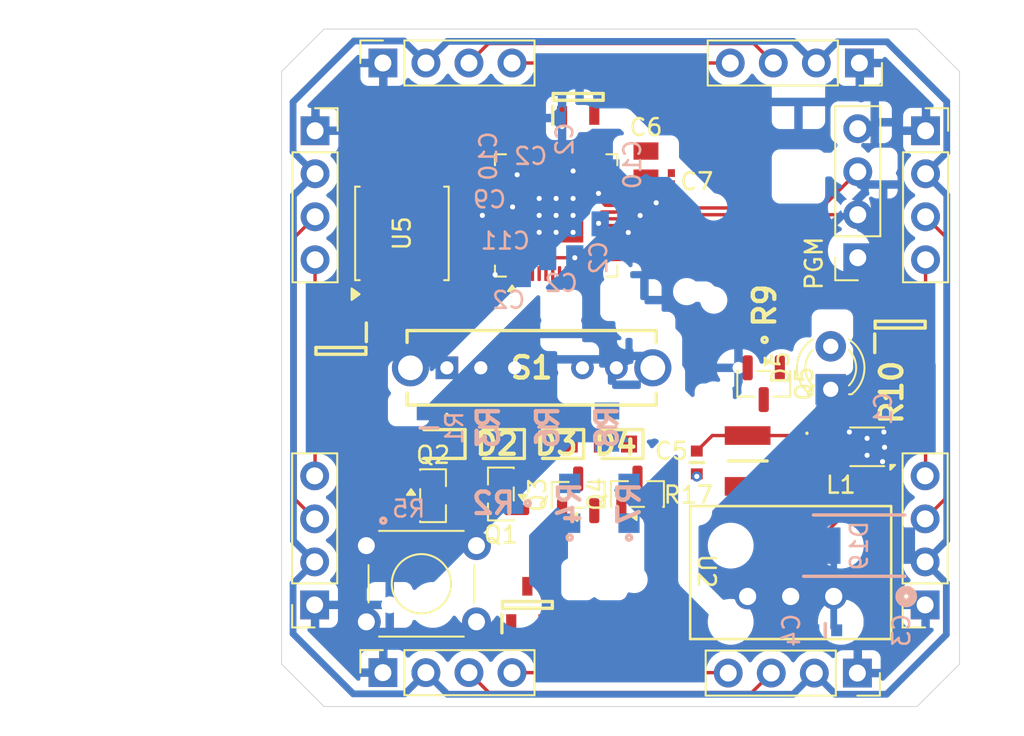
<source format=kicad_pcb>
(kicad_pcb (version 20241229) (generator "pcbnew") (generator_version "9.0")
  (layers (0 "F.Cu" signal) (2 "B.Cu" signal) (13 "F.Paste" user) (15 "B.Paste" user) (5 "F.SilkS" user "F.Silkscreen") (7 "B.SilkS" user "B.Silkscreen") (1 "F.Mask" user) (3 "B.Mask" user) (25 "Edge.Cuts" user))
  (net 0 "")
  (net 1 "/5V_LOCAL")
  (net 2 "GND")
  (net 3 "/3.3V_LOCAL")
  (net 4 "VCC")
  (net 5 "Net-(U1-VREG_VOUT)")
  (net 6 "Net-(D1-A)")
  (net 7 "Net-(D2-A)")
  (net 8 "Net-(D3-A)")
  (net 9 "Net-(D4-A)")
  (net 10 "/N_RX")
  (net 11 "/N_TX")
  (net 12 "/E_TX")
  (net 13 "/E_RX")
  (net 14 "/S_RX")
  (net 15 "/S_TX")
  (net 16 "/W_RX")
  (net 17 "/W_TX")
  (net 18 "Net-(J9-Pin_3)")
  (net 19 "Net-(J9-Pin_2)")
  (net 20 "Net-(U3-SW)")
  (net 21 "Net-(U3-PG)")
  (net 22 "Net-(U1-QSPI_SD2)")
  (net 24 "Net-(U1-QSPI_SCLK)")
  (net 26 "Net-(U1-QSPI_SS)")
  (net 27 "Net-(U1-QSPI_SD3)")
  (net 33 "Net-(U1-QSPI_SD0)")
  (net 35 "Net-(D2-K)")
  (net 38 "Net-(D3-K)")
  (net 39 "Net-(U1-QSPI_SD1)")
  (net 41 "Net-(D4-K)")
  (net 42 "Net-(D5-A)")
  (net 43 "Net-(D5-K)")
  (net 44 "Net-(Q2-B)")
  (net 48 "Net-(SW1-B)")
  (net 49 "Net-(Q3-B)")
  (net 50 "Net-(Q4-B)")
  (net 51 "Net-(D1-K)")
  (net 52 "Net-(Q5-B)")
  (net 53 "Net-(U1-GPIO7)")
  (net 55 "Net-(Q1-B)")
  (net 56 "Net-(U1-GPIO8)")
  (net 57 "Net-(U1-GPIO6)")
  (net 58 "Net-(U1-GPIO9)")
  (net 62 "Net-(U1-GPIO12)")
  (net 63 "Net-(S1-NO_1)")
  (net 64 "Net-(S1-NO_3)")
  (net 65 "Net-(S1-NO_2)")
  (footprint "SamacSys_Parts:RBT10W24S05_XPP_XPR" (layer "F.Cu") (at 192.58 68.5 180)
    (property "Reference" "U2")
    (property "Value" "RBT05W24S05")
  )
  (footprint "Package_TO_SOT_SMD:SOT-23" (layer "F.Cu") (at 181 62.45 90)
    (property "Reference" "Q4")
    (property "Value" "MMBT3904")
  )
  (footprint "SamacSys_Parts:LEDC1608X115N" (layer "F.Cu") (at 176.2 59.5 180)
    (property "Reference" "D3")
    (property "Value" "LED" (hide yes))
  )
  (footprint "Package_TO_SOT_SMD:SOT-23" (layer "F.Cu") (at 188.45 55.9375 -90)
    (property "Reference" "Q5")
    (property "Value" "MMBT3904")
  )
  (footprint "Button_Switch_THT:SW_TH_Tactile_Omron_B3F-100x" (layer "F.Cu") (at 171.5 70 180)
    (property "Reference" "SW1" (hide yes))
    (property "Value" "SW_Push_Open")
  )
  (footprint "SamacSys_Parts:SLW14781445ASD" (layer "F.Cu") (at 169.753508 55)
    (property "Reference" "S1")
    (property "Value" "SLW-1478144-5A-S-D" (hide yes))
  )
  (footprint "Package_SON:WSON-8-1EP_2x2mm_P0.5mm_EP0.9x1.6mm_ThermalVias" (layer "F.Cu") (at 194.55 59.663863 180)
    (property "Reference" "U3" (hide yes))
    (property "Value" "TPS62162DSG")
  )
  (footprint "Connector_PinSocket_2.54mm:PinSocket_1x04_P2.54mm_Vertical" (layer "F.Cu") (at 194 48.5 180)
    (property "Reference" "J9" (hide yes))
    (property "Value" "2.54mm_ProgrammingPin")
  )
  (footprint "SamacSys_Parts:CAPC0603X33N" (layer "F.Cu") (at 183 43.83 90)
    (property "Reference" "C7")
    (property "Value" "1uF" (hide yes))
  )
  (footprint "Connector_PinSocket_2.54mm:PinSocket_1x04_P2.54mm_Vertical" (layer "F.Cu") (at 161.95 69 180)
    (property "Reference" "J8" (hide yes))
    (property "Value" "1x4_Pogo")
  )
  (footprint "SamacSys_Parts:LEDC1608X115N" (layer "F.Cu") (at 179.7 59.5 180)
    (property "Reference" "D4")
    (property "Value" "LED" (hide yes))
  )
  (footprint "Connector_PinSocket_2.54mm:PinSocket_1x04_P2.54mm_Vertical" (layer "F.Cu") (at 197.975 69 180)
    (property "Reference" "J4" (hide yes))
    (property "Value" "1x4_Pogo")
  )
  (footprint "SamacSys_Parts:LCENA2016MKT2R2M0NK" (layer "F.Cu") (at 191 60.613863 -90)
    (property "Reference" "L1")
    (property "Value" "2.2uH" (hide yes))
  )
  (footprint "SamacSys_Parts:SOT95P248X115-3N" (layer "F.Cu") (at 196.5 52.45 90)
    (property "Reference" "D18" (hide yes))
    (property "Value" "VGSOT03C-HG3-08" (hide yes))
  )
  (footprint "SamacSys_Parts:LEDC1608X115N" (layer "F.Cu") (at 169.2 59.5 180)
    (property "Reference" "D1" (hide yes))
    (property "Value" "LED" (hide yes))
  )
  (footprint "Package_TO_SOT_SMD:SOT-23" (layer "F.Cu") (at 172.9375 62.45 180)
    (property "Reference" "Q1")
    (property "Value" "MMBT3904")
  )
  (footprint "Connector_PinSocket_2.54mm:PinSocket_1x04_P2.54mm_Vertical" (layer "F.Cu") (at 165.975 37 90)
    (property "Reference" "J1" (hide yes))
    (property "Value" "1x4_Pogo")
  )
  (footprint "SamacSys_Parts:GRM18x" (layer "F.Cu") (at 184.5 60.588863 -90)
    (property "Reference" "C5")
    (property "Value" "22uF" (hide yes))
  )
  (footprint "SamacSys_Parts:CRCW1210200RJNEAIF" (layer "F.Cu") (at 196 56.45 90)
    (property "Reference" "R10")
    (property "Value" "200" (hide yes))
  )
  (footprint "SamacSys_Parts:TNPW0805100KFHEA" (layer "F.Cu") (at 187.5 60.5 -90)
    (property "Reference" "R17")
    (property "Value" "100k" (hide yes))
  )
  (footprint "Connector_PinSocket_2.54mm:PinSocket_1x04_P2.54mm_Vertical" (layer "F.Cu") (at 194.095 37 -90)
    (property "Reference" "J2" (hide yes))
    (property "Value" "1x4_Pogo")
  )
  (footprint "SamacSys_Parts:SOT95P248X115-3N" (layer "F.Cu") (at 163.5 54 -90)
    (property "Reference" "D21" (hide yes))
    (property "Value" "VGSOT03C-HG3-08" (hide yes))
  )
  (footprint "SamacSys_Parts:LEDC1608X115N" (layer "F.Cu") (at 172.7 59.5 180)
    (property "Reference" "D2")
    (property "Value" "LED" (hide yes))
  )
  (footprint "Package_TO_SOT_SMD:SOT-23" (layer "F.Cu") (at 168.9375 62.55)
    (property "Reference" "Q2")
    (property "Value" "MMBT3904")
  )
  (footprint "Package_SO:SOIC-8_5.3x5.3mm_P1.27mm" (layer "F.Cu") (at 167.099999 47.0625 90)
    (property "Reference" "U5")
    (property "Value" "W25Q16JVSS")
  )
  (footprint "Connector_PinSocket_2.54mm:PinSocket_1x04_P2.54mm_Vertical" (layer "F.Cu") (at 193.975 73.025 -90)
    (property "Reference" "J6" (hide yes))
    (property "Value" "1x4_Pogo")
  )
  (footprint "Package_DFN_QFN:QFN-56-1EP_7x7mm_P0.4mm_EP3.2x3.2mm" (layer "F.Cu") (at 176.2 46 90)
    (property "Reference" "U1" (hide yes))
    (property "Value" "RP2040")
  )
  (footprint "SamacSys_Parts:CAPC2012X140N" (layer "F.Cu") (at 181.5 43 90)
    (property "Reference" "C6")
    (property "Value" "0.1uF" (hide yes))
  )
  (footprint "LED_THT:LED_D3.0mm" (layer "F.Cu") (at 192.403508 56.27 90)
    (property "Reference" "D5")
    (property "Value" "LED")
  )
  (footprint "Connector_PinSocket_2.54mm:PinSocket_1x04_P2.54mm_Vertical" (layer "F.Cu") (at 165.975 73 90)
    (property "Reference" "J5" (hide yes))
    (property "Value" "1x4_Pogo")
  )
  (footprint "SamacSys_Parts:SOT95P248X115-3N" (layer "F.Cu") (at 177.5 39 90)
    (property "Reference" "D17" (hide yes))
    (property "Value" "VGSOT03C-HG3-08" (hide yes))
  )
  (footprint "SamacSys_Parts:SOT95P248X115-3N" (layer "F.Cu") (at 174.5 69 90)
    (property "Reference" "D20" (hide yes))
    (property "Value" "VGSOT03C-HG3-08" (hide yes))
  )
  (footprint "Connector_PinSocket_2.54mm:PinSocket_1x04_P2.54mm_Vertical" (layer "F.Cu") (at 161.975 41)
    (property "Reference" "J7" (hide yes))
    (property "Value" "1x4_Pogo")
  )
  (footprint "Package_TO_SOT_SMD:SOT-23" (layer "F.Cu") (at 177.5 62.5 90)
    (property "Reference" "Q3")
    (property "Value" "MMBT3904")
  )
  (footprint "Connector_PinSocket_2.54mm:PinSocket_1x04_P2.54mm_Vertical" (layer "F.Cu") (at 198 41)
    (property "Reference" "J3" (hide yes))
    (property "Value" "1x4_Pogo")
  )
  (footprint "SamacSys_Parts:ERJ-UP6D1001V" (layer "F.Cu") (at 188.5 51.325 90)
    (property "Reference" "R9")
    (property "Value" "1k" (hide yes))
  )
  (footprint "SamacSys_Parts:CRCW1210200RJNEAIF" (layer "B.Cu") (at 175.7 58.5 -90)
    (property "Reference" "R6")
    (property "Value" "200" (hide yes))
  )
  (footprint "SamacSys_Parts:CAPC2012X140N" (layer "B.Cu") (at 173.4 49.5)
    (property "Reference" "C2")
    (property "Value" "0.1uF" (hide yes))
  )
  (footprint "SamacSys_Parts:CAPC2012X140N" (layer "B.Cu") (at 174.7 44)
    (property "Reference" "C2")
    (property "Value" "0.1uF" (hide yes))
  )
  (footprint "SamacSys_Parts:CAPC1005X70N" (layer "B.Cu") (at 195.58 59.233863 90)
    (property "Reference" "C1")
    (property "Value" "10uF" (hide yes))
  )
  (footprint "SamacSys_Parts:CAPC2012X140N" (layer "B.Cu") (at 178 46.5 180)
    (property "Reference" "C2")
    (property "Value" "0.1uF" (hide yes))
  )
  (footprint "SamacSys_Parts:CAPC0603X33N" (layer "B.Cu") (at 170.599999 45.0625 180)
    (property "Reference" "C9")
    (property "Value" "1uF" (hide yes))
  )
  (footprint "SamacSys_Parts:CRCW1210200RJNEAIF" (layer "B.Cu") (at 168.7 58.55 -90)
    (property "Reference" "R1")
    (property "Value" "200" (hide yes))
  )
  (footprint "SamacSys_Parts:CAPC2012X140N" (layer "B.Cu") (at 195.08 69.2 -90)
    (property "Reference" "C3")
    (property "Value" "0.1uF" (hide yes))
  )
  (footprint "SamacSys_Parts:ERJ-UP6D1001V" (layer "B.Cu") (at 177 63 90)
    (property "Reference" "R4")
    (property "Value" "1k" (hide yes))
  )
  (footprint "SamacSys_Parts:DIOM5436X244N" (layer "B.Cu") (at 194.08 65.5)
    (property "Reference" "D19")
    (property "Value" "SMBJ15A" (hide yes))
  )
  (footprint "SamacSys_Parts:CAPC2012X140N" (layer "B.Cu") (at 176.5 48.5 180)
    (property "Reference" "C2")
    (property "Value" "0.1uF" (hide yes))
  )
  (footprint "SamacSys_Parts:CAPC2012X140N" (layer "B.Cu") (at 172.2 45.39 90)
    (property "Reference" "C10")
    (property "Value" "0.1uF" (hide yes))
  )
  (footprint "SamacSys_Parts:ERJ-UP6D1001V" (layer "B.Cu") (at 180.5 63 90)
    (property "Reference" "R7")
    (property "Value" "1k" (hide yes))
  )
  (footprint "SamacSys_Parts:CAPC2012X140N" (layer "B.Cu") (at 179.2 44 90)
    (property "Reference" "C10")
    (property "Value" "0.1uF" (hide yes))
  )
  (footprint "SamacSys_Parts:CAPC2012X140N" (layer "B.Cu") (at 177.2 44 -90)
    (property "Reference" "C2")
    (property "Value" "0.1uF" (hide yes))
  )
  (footprint "SamacSys_Parts:CRCW1210200RJNEAIF" (layer "B.Cu") (at 179.2 58.5 -90)
    (property "Reference" "R8")
    (property "Value" "200" (hide yes))
  )
  (footprint "SamacSys_Parts:GRM18x" (layer "B.Cu") (at 192.08 70.5 180)
    (property "Reference" "C4")
    (property "Value" "22uF" (hide yes))
  )
  (footprint "SamacSys_Parts:ERJ-UP6D1001V" (layer "B.Cu") (at 172.5 63 180)
    (property "Reference" "R2")
    (property "Value" "1k" (hide yes))
  )
  (footprint "SamacSys_Parts:CAPC0603X33N" (layer "B.Cu") (at 174.03 45.5)
    (property "Reference" "C11")
    (property "Value" "1uF" (hide yes))
  )
  (footprint "SamacSys_Parts:ERJ-UP6D1001V" (layer "B.Cu") (at 166 62 90)
    (property "Reference" "R5")
    (property "Value" "1k" (hide yes))
  )
  (footprint "SamacSys_Parts:CRCW1210200RJNEAIF" (layer "B.Cu") (at 172.2 58.5 -90)
    (property "Reference" "R3")
    (property "Value" "200" (hide yes))
  )
  (gr_line (start 160 37.5) (end 160 72.5) (stroke (width 0.05)) (layer "Edge.Cuts"))
  (gr_line (start 200 72.5) (end 200 37.5) (stroke (width 0.05)) (layer "Edge.Cuts"))
  (gr_line (start 160 72.5) (end 162.5 75) (stroke (width 0.05)) (layer "Edge.Cuts"))
  (gr_line (start 197.5 35) (end 162.5 35) (stroke (width 0.05)) (layer "Edge.Cuts"))
  (gr_line (start 162.5 75) (end 197.5 75) (stroke (width 0.05)) (layer "Edge.Cuts"))
  (gr_line (start 160 37.5) (end 162.5 35) (stroke (width 0.05)) (layer "Edge.Cuts"))
  (gr_line (start 200 37.5) (end 197.5 35) (stroke (width 0.05)) (layer "Edge.Cuts"))
  (gr_line (start 197.5 75) (end 200 72.5) (stroke (width 0.05)) (layer "Edge.Cuts"))
  (gr_text "PGM" (at 192 50.5 90) (layer "F.SilkS") (effects (font (size 1 1)) (justify left bottom)))
  (segment (start 195.5 59.413863) (end 195.5 59.913863) (width 0.2) (layer "F.Cu") (net 1))
  (segment (start 195.5 59.773863) (end 195.58 59.693863) (width 0.2) (layer "F.Cu") (net 1))
  (segment (start 195.58 59.693863) (end 196.062137 60.176) (width 0.2) (layer "F.Cu") (net 1))
  (segment (start 196.062137 60.176) (end 196.062137 60.787806) (width 0.2) (layer "F.Cu") (net 1))
  (segment (start 195.5 59.913863) (end 195.5 59.773863) (width 0.2) (layer "F.Cu") (net 1))
  (segment (start 188.349943 68.5) (end 187.5 68.5) (width 0.2) (layer "F.Cu") (net 1))
  (segment (start 196.062137 60.787806) (end 188.349943 68.5) (width 0.2) (layer "F.Cu") (net 1))
  (via (at 195.58 59.693863) (size 0.6) (drill 0.3) (layers "F.Cu" "B.Cu") (net 1))
  (segment (start 180.448125 47) (end 180.457819 47.009694) (width 0.2) (layer "F.Cu") (net 2))
  (segment (start 195.5 58.827708) (end 195.538845 58.788863) (width 0.2) (layer "F.Cu") (net 2))
  (segment (start 193.6 58.913863) (end 193.6 58.885501) (width 0.2) (layer "F.Cu") (net 2))
  (segment (start 184.5 61.263863) (end 184.5 61.413863) (width 0.2) (layer "F.Cu") (net 2))
  (segment (start 179.6375 47) (end 180.448125 47) (width 0.2) (layer "F.Cu") (net 2))
  (segment (start 195.5 58.913863) (end 195.5 58.827708) (width 0.2) (layer "F.Cu") (net 2))
  (segment (start 195.5 60.5) (end 195.461137 60.538863) (width 0.2) (layer "F.Cu") (net 2))
  (segment (start 195.5 60.413863) (end 195.5 60.5) (width 0.2) (layer "F.Cu") (net 2))
  (segment (start 193.6 58.885501) (end 193.503362 58.788863) (width 0.2) (layer "F.Cu") (net 2))
  (via (at 177.2 46) (size 0.6) (drill 0.3) (layers "F.Cu" "B.Cu") (net 2))
  (via (at 195.538845 58.788863) (size 0.6) (drill 0.3) (layers "F.Cu" "B.Cu") (net 2))
  (via (at 195.461137 60.538863) (size 0.6) (drill 0.3) (layers "F.Cu" "B.Cu") (net 2))
  (via (at 175.2 47) (size 0.6) (drill 0.3) (layers "F.Cu" "B.Cu") (net 2))
  (via (at 177.2 47) (size 0.6) (drill 0.3) (layers "F.Cu" "B.Cu") (net 2))
  (via (at 176.2 45) (size 0.6) (drill 0.3) (layers "F.Cu" "B.Cu") (net 2))
  (via (at 177.2 45) (size 0.6) (drill 0.3) (layers "F.Cu" "B.Cu") (net 2))
  (via (at 176.2 46) (size 0.6) (drill 0.3) (layers "F.Cu" "B.Cu") (net 2))
  (via (at 180.457819 47.009694) (size 0.6) (drill 0.3) (layers "F.Cu" "B.Cu") (net 2))
  (via (at 175.2 46) (size 0.6) (drill 0.3) (layers "F.Cu" "B.Cu") (net 2))
  (via (at 193.503362 58.788863) (size 0.6) (drill 0.3) (layers "F.Cu" "B.Cu") (net 2))
  (via (at 175.2 45) (size 0.6) (drill 0.3) (layers "F.Cu" "B.Cu") (net 2))
  (via (at 184.5 61.413863) (size 0.6) (drill 0.3) (layers "F.Cu" "B.Cu") (net 2))
  (via (at 176.2 47) (size 0.6) (drill 0.3) (layers "F.Cu" "B.Cu") (net 2))
  (segment (start 176.3 44.8) (end 175.5 44) (width 0.6) (layer "B.Cu") (net 2))
  (segment (start 179.2 43.2) (end 179.647 43.2) (width 0.4) (layer "B.Cu") (net 2))
  (segment (start 180.457819 44.010819) (end 180.457819 47.009694) (width 0.4) (layer "B.Cu") (net 2))
  (segment (start 179.647 43.2) (end 180.457819 44.010819) (width 0.4) (layer "B.Cu") (net 2))
  (segment (start 172.2 44.59) (end 171.61 44.59) (width 0.2) (layer "B.Cu") (net 2))
  (segment (start 174.7 45.5) (end 175.2 46) (width 0.2) (layer "B.Cu") (net 2))
  (segment (start 174.7 45.5) (end 175.2 45) (width 0.2) (layer "B.Cu") (net 2))
  (segment (start 177.447 44.8) (end 177.2 44.8) (width 0.2) (layer "B.Cu") (net 2))
  (segment (start 179.047 43.2) (end 177.447 44.8) (width 0.3) (layer "B.Cu") (net 2))
  (segment (start 177.2 44.8) (end 176.3 44.8) (width 0.6) (layer "B.Cu") (net 2))
  (segment (start 174.36 45.5) (end 174.7 45.5) (width 0.2) (layer "B.Cu") (net 2))
  (segment (start 177.3 48.5) (end 173.6 48.5) (width 0.2) (layer "F.Cu") (net 3))
  (segment (start 172.7625 45.399999) (end 173.529997 45.399999) (width 0.2) (layer "F.Cu") (net 3))
  (segment (start 173.6 49.4375) (end 173.6 48.5) (width 0.2) (layer "F.Cu") (net 3))
  (segment (start 185.413863 59) (end 184.5 59.913863) (width 0.2) (layer "F.Cu") (net 3))
  (segment (start 173.529997 45.399999) (end 173.629998 45.5) (width 0.2) (layer "F.Cu") (net 3))
  (segment (start 178.01 48.5) (end 178.706166 47.803834) (width 0.2) (layer "F.Cu") (net 3))
  (segment (start 173.6 45.529998) (end 173.629998 45.5) (width 0.2) (layer "F.Cu") (net 3))
  (segment (start 177.2 49.4375) (end 177.2 48.6) (width 0.2) (layer "F.Cu") (net 3))
  (segment (start 165.194999 42.662501) (end 166.298 41.5595) (width 0.2) (layer "F.Cu") (net 3))
  (segment (start 178.706166 47.803834) (end 178.706166 46.466793) (width 0.2) (layer "F.Cu") (net 3))
  (segment (start 173.6 48.5) (end 173.6 45.529998) (width 0.2) (layer "F.Cu") (net 3))
  (segment (start 173.329998 45.8) (end 173.629998 45.5) (width 0.2) (layer "F.Cu") (net 3))
  (segment (start 173.699999 43.800001) (end 173.9 43.6) (width 0.2) (layer "F.Cu") (net 3))
  (segment (start 171.8595 41.5595) (end 173.9 43.6) (width 0.2) (layer "F.Cu") (net 3))
  (segment (start 187.5 59) (end 185.413863 59) (width 0.2) (layer "F.Cu") (net 3))
  (segment (start 173.6 42.5625) (end 173.6 43.3) (width 0.2) (layer "F.Cu") (net 3))
  (segment (start 165.194999 43.475) (end 165.194999 42.662501) (width 0.2) (layer "F.Cu") (net 3))
  (segment (start 172.7625 43.800001) (end 173.699999 43.800001) (width 0.2) (layer "F.Cu") (net 3))
  (segment (start 172.6625 49.4375) (end 172.6 49.5) (width 0.2) (layer "F.Cu") (net 3))
  (segment (start 166.298 41.5595) (end 171.8595 41.5595) (width 0.2) (layer "F.Cu") (net 3))
  (segment (start 191.4 59.413863) (end 193.6 59.413863) (width 0.2) (layer "F.Cu") (net 3))
  (segment (start 190.186137 59) (end 191 59.813863) (width 0.2) (layer "F.Cu") (net 3))
  (segment (start 172.7625 43.4) (end 173.7 43.4) (width 0.2) (layer "F.Cu") (net 3))
  (segment (start 187.5 59) (end 190.186137 59) (width 0.2) (layer "F.Cu") (net 3))
  (segment (start 178.9 45.8) (end 178.706166 45.993834) (width 0.2) (layer "F.Cu") (net 3))
  (segment (start 179.6375 45.8) (end 178.9 45.8) (width 0.2) (layer "F.Cu") (net 3))
  (segment (start 177.2 42.5625) (end 177.2 43.375168) (width 0.2) (layer "F.Cu") (net 3))
  (segment (start 177.3 48.5) (end 178.01 48.5) (width 0.2) (layer "F.Cu") (net 3))
  (segment (start 177.2 43.375168) (end 177.200134 43.375302) (width 0.2) (layer "F.Cu") (net 3))
  (segment (start 178.706166 45.993834) (end 178.706166 46.466793) (width 0.2) (layer "F.Cu") (net 3))
  (segment (start 173.6 49.4375) (end 172.6625 49.4375) (width 0.2) (layer "F.Cu") (net 3))
  (segment (start 173.7 43.4) (end 173.9 43.6) (width 0.2) (layer "F.Cu") (net 3))
  (segment (start 177.2 48.6) (end 177.3 48.5) (width 0.2) (layer "F.Cu") (net 3))
  (segment (start 191 59.813863) (end 191.4 59.413863) (width 0.2) (layer "F.Cu") (net 3))
  (segment (start 172.7625 45.8) (end 173.329998 45.8) (width 0.2) (layer "F.Cu") (net 3))
  (via (at 173.9 43.6) (size 0.6) (drill 0.3) (layers "F.Cu" "B.Cu") (net 3))
  (via (at 178.706166 46.466793) (size 0.6) (drill 0.3) (layers "F.Cu" "B.Cu") (net 3))
  (via (at 172.6 49.5) (size 0.6) (drill 0.3) (layers "F.Cu" "B.Cu") (net 3))
  (via (at 177.3 48.5) (size 0.6) (drill 0.3) (layers "F.Cu" "B.Cu") (net 3))
  (via (at 177.200134 43.375302) (size 0.6) (drill 0.3) (layers "F.Cu" "B.Cu") (net 3))
  (via (at 173.629998 45.5) (size 0.6) (drill 0.3) (layers "F.Cu" "B.Cu") (net 3))
  (segment (start 173.7 45.5) (end 173.7 44.2) (width 0.2) (layer "B.Cu") (net 3))
  (segment (start 177.200134 43.375302) (end 178.575436 42) (width 0.2) (layer "B.Cu") (net 3))
  (segment (start 173.7 44.2) (end 173.9 44) (width 0.2) (layer "B.Cu") (net 3))
  (segment (start 176.788832 42.964) (end 174.536 42.964) (width 0.2) (layer "B.Cu") (net 3))
  (segment (start 174.536 42.964) (end 173.9 43.6) (width 0.2) (layer "B.Cu") (net 3))
  (segment (start 177.200134 43.375302) (end 176.788832 42.964) (width 0.2) (layer "B.Cu") (net 3))
  (segment (start 191.475 37) (end 190.199 35.724) (width 0.4) (layer "B.Cu") (net 4))
  (segment (start 169.791 35.724) (end 168.515 37) (width 0.4) (layer "B.Cu") (net 4))
  (segment (start 197.975 66.46) (end 199.226 67.711) (width 0.4) (layer "B.Cu") (net 4))
  (segment (start 164.226 74.251) (end 160.676 70.701) (width 0.4) (layer "B.Cu") (net 4))
  (segment (start 168.515 73) (end 167.264 74.251) (width 0.4) (layer "B.Cu") (net 4))
  (segment (start 199.251 39.276) (end 199.251 42.289) (width 0.4) (layer "B.Cu") (net 4))
  (segment (start 167.216 35.701) (end 168.515 37) (width 0.4) (layer "B.Cu") (net 4))
  (segment (start 192.58 70.325) (end 192.755 70.5) (width 0.4) (layer "B.Cu") (net 4))
  (segment (start 191.435 73.025) (end 190.184 74.276) (width 0.4) (layer "B.Cu") (net 4))
  (segment (start 199.251 65.184) (end 197.975 66.46) (width 0.4) (layer "B.Cu") (net 4))
  (segment (start 191.555 37) (end 192.806 35.749) (width 0.4) (layer "B.Cu") (net 4))
  (segment (start 192.686 74.276) (end 191.435 73.025) (width 0.4) (layer "B.Cu") (net 4))
  (segment (start 195.724 35.749) (end 199.251 39.276) (width 0.4) (layer "B.Cu") (net 4))
  (segment (start 199.226 70.749) (end 195.699 74.276) (width 0.4) (layer "B.Cu") (net 4))
  (segment (start 199.251 42.289) (end 198 43.54) (width 0.4) (layer "B.Cu") (net 4))
  (segment (start 195.699 74.276) (end 192.686 74.276) (width 0.4) (layer "B.Cu") (net 4))
  (segment (start 199.226 67.711) (end 199.226 70.749) (width 0.4) (layer "B.Cu") (net 4))
  (segment (start 169.791 74.276) (end 168.515 73) (width 0.4) (layer "B.Cu") (net 4))
  (segment (start 161.95 66.46) (end 160.699 65.209) (width 0.4) (layer "B.Cu") (net 4))
  (segment (start 160.676 70.701) (end 160.676 67.734) (width 0.4) (layer "B.Cu") (net 4))
  (segment (start 160.676 39.299) (end 164.274 35.701) (width 0.4) (layer "B.Cu") (net 4))
  (segment (start 192.58 68.5) (end 192.58 70.325) (width 0.4) (layer "B.Cu") (net 4))
  (segment (start 199.251 44.791) (end 199.251 65.184) (width 0.4) (layer "B.Cu") (net 4))
  (segment (start 192.58 68.5) (end 194.98 68.5) (width 0.4) (layer "B.Cu") (net 4))
  (segment (start 192.806 35.749) (end 195.724 35.749) (width 0.4) (layer "B.Cu") (net 4))
  (segment (start 194.98 68.5) (end 195.08 68.4) (width 0.4) (layer "B.Cu") (net 4))
  (segment (start 160.699 65.209) (end 160.699 44.816) (width 0.4) (layer "B.Cu") (net 4))
  (segment (start 164.274 35.701) (end 167.216 35.701) (width 0.4) (layer "B.Cu") (net 4))
  (segment (start 192.58 66.2) (end 191.88 65.5) (width 0.4) (layer "B.Cu") (net 4))
  (segment (start 167.264 74.251) (end 164.226 74.251) (width 0.4) (layer "B.Cu") (net 4))
  (segment (start 160.676 67.734) (end 161.95 66.46) (width 0.4) (layer "B.Cu") (net 4))
  (segment (start 160.699 44.816) (end 161.975 43.54) (width 0.4) (layer "B.Cu") (net 4))
  (segment (start 160.676 42.241) (end 160.676 39.299) (width 0.4) (layer "B.Cu") (net 4))
  (segment (start 190.184 74.276) (end 169.791 74.276) (width 0.4) (layer "B.Cu") (net 4))
  (segment (start 198 43.54) (end 199.251 44.791) (width 0.4) (layer "B.Cu") (net 4))
  (segment (start 161.975 43.54) (end 160.676 42.241) (width 0.4) (layer "B.Cu") (net 4))
  (segment (start 190.199 35.724) (end 169.791 35.724) (width 0.4) (layer "B.Cu") (net 4))
  (segment (start 192.58 68.5) (end 192.58 66.2) (width 0.4) (layer "B.Cu") (net 4))
  (segment (start 178.7 44.7) (end 178.7 44.698) (width 0.2) (layer "F.Cu") (net 5))
  (segment (start 179.099999 45.399999) (end 178.7 45) (width 0.2) (layer "F.Cu") (net 5))
  (segment (start 178.7 45) (end 178.7 44.7) (width 0.2) (layer "F.Cu") (net 5))
  (segment (start 172.045228 46.2) (end 171.845229 46.000001) (width 0.2) (layer "F.Cu") (net 5))
  (segment (start 174.198 44.2) (end 174.299 44.099) (width 0.2) (layer "F.Cu") (net 5))
  (segment (start 174.299 44.099) (end 178.101 44.099) (width 0.2) (layer "F.Cu") (net 5))
  (segment (start 172.7625 44.2) (end 174.198 44.2) (width 0.2) (layer "F.Cu") (net 5))
  (segment (start 179.6375 45.399999) (end 179.099999 45.399999) (width 0.2) (layer "F.Cu") (net 5))
  (segment (start 171.845229 44.31727) (end 171.845229 46.000001) (width 0.2) (layer "F.Cu") (net 5))
  (segment (start 178.7 44.698) (end 178.101 44.099) (width 0.2) (layer "F.Cu") (net 5))
  (segment (start 171.962499 44.2) (end 171.845229 44.31727) (width 0.2) (layer "F.Cu") (net 5))
  (segment (start 172.7625 44.2) (end 171.962499 44.2) (width 0.2) (layer "F.Cu") (net 5))
  (segment (start 172.7625 46.2) (end 172.045228 46.2) (width 0.2) (layer "F.Cu") (net 5))
  (via (at 171.845229 46.000001) (size 0.6) (drill 0.3) (layers "F.Cu" "B.Cu") (net 5))
  (via (at 178.7 44.7) (size 0.6) (drill 0.3) (layers "F.Cu" "B.Cu") (net 5))
  (segment (start 171.845229 46.000001) (end 171.845229 45.97773) (width 0.2) (layer "B.Cu") (net 5))
  (segment (start 170.929999 45.084771) (end 170.929999 45.0625) (width 0.2) (layer "B.Cu") (net 5))
  (segment (start 171.845229 45.97773) (end 170.929999 45.0625) (width 0.2) (layer "B.Cu") (net 5))
  (segment (start 173.595 37) (end 186.475 37) (width 0.2) (layer "F.Cu") (net 10))
  (segment (start 187.864 35.849) (end 172.206 35.849) (width 0.2) (layer "F.Cu") (net 11))
  (segment (start 189.015 37) (end 187.864 35.849) (width 0.2) (layer "F.Cu") (net 11))
  (segment (start 172.206 35.849) (end 171.055 37) (width 0.2) (layer "F.Cu") (net 11))
  (segment (start 199.151 62.744) (end 199.151 47.231) (width 0.2) (layer "F.Cu") (net 12))
  (segment (start 199.151 47.231) (end 198 46.08) (width 0.2) (layer "F.Cu") (net 12))
  (segment (start 197.975 63.92) (end 199.151 62.744) (width 0.2) (layer "F.Cu") (net 12))
  (segment (start 198 48.62) (end 198 61.355) (width 0.2) (layer "F.Cu") (net 13))
  (segment (start 198 61.355) (end 197.975 61.38) (width 0.2) (layer "F.Cu") (net 13))
  (segment (start 178.8 49.4375) (end 178.8 49.6) (width 0.2) (layer "F.Cu") (net 14))
  (segment (start 186.33 73) (end 186.355 73.025) (width 0.2) (layer "F.Cu") (net 14))
  (segment (start 173.595 73) (end 186.33 73) (width 0.2) (layer "F.Cu") (net 14))
  (segment (start 172.231 74.176) (end 187.744 74.176) (width 0.2) (layer "F.Cu") (net 15))
  (segment (start 187.744 74.176) (end 188.895 73.025) (width 0.2) (layer "F.Cu") (net 15))
  (segment (start 171.055 73) (end 172.231 74.176) (width 0.2) (layer "F.Cu") (net 15))
  (segment (start 161.975 61.355) (end 161.95 61.38) (width 0.2) (layer "F.Cu") (net 16))
  (segment (start 161.975 48.62) (end 161.975 61.355) (width 0.2) (layer "F.Cu") (net 16))
  (segment (start 160.799 62.769) (end 161.95 63.92) (width 0.2) (layer "F.Cu") (net 17))
  (segment (start 161.975 46.08) (end 160.799 47.256) (width 0.2) (layer "F.Cu") (net 17))
  (segment (start 160.799 47.256) (end 160.799 62.769) (width 0.2) (layer "F.Cu") (net 17))
  (segment (start 180.172775 45) (end 181.157819 45.985044) (width 0.2) (layer "F.Cu") (net 18))
  (segment (start 179.6375 45) (end 180.172775 45) (width 0.2) (layer "F.Cu") (net 18))
  (segment (start 192.42 45) (end 191.861 45.559) (width 0.2) (layer "F.Cu") (net 18))
  (segment (start 191.861 45.559) (end 182.40753 45.559) (width 0.2) (layer "F.Cu") (net 18))
  (segment (start 182.40753 45.559) (end 182.104265 45.255735) (width 0.2) (layer "F.Cu") (net 18))
  (segment (start 181.157819 45.985044) (end 181.157819 46.006346) (width 0.2) (layer "F.Cu") (net 18))
  (segment (start 192.42 45) (end 194 43.42) (width 0.2) (layer "F.Cu") (net 18))
  (via (at 182.104265 45.255735) (size 0.6) (drill 0.3) (layers "F.Cu" "B.Cu") (net 18))
  (via (at 181.157819 46.006346) (size 0.6) (drill 0.3) (layers "F.Cu" "B.Cu") (net 18))
  (segment (start 182.104265 45.255735) (end 181.90843 45.255735) (width 0.2) (layer "B.Cu") (net 18))
  (segment (start 181.90843 45.255735) (end 181.157819 46.006346) (width 0.2) (layer "B.Cu") (net 18))
  (segment (start 181.96 45.96) (end 194 45.96) (width 0.2) (layer "F.Cu") (net 19))
  (segment (start 180.6 44.6) (end 181.96 45.96) (width 0.2) (layer "F.Cu") (net 19))
  (segment (start 179.6375 44.6) (end 180.6 44.6) (width 0.2) (layer "F.Cu") (net 19))
  (segment (start 193 59.913863) (end 193.6 59.913863) (width 0.2) (layer "F.Cu") (net 20))
  (segment (start 191.5 61.413863) (end 193 59.913863) (width 0.2) (layer "F.Cu") (net 20))
  (segment (start 191 61.413863) (end 191.5 61.413863) (width 0.2) (layer "F.Cu") (net 20))
  (segment (start 187.614863 62.114863) (end 187.5 62) (width 0.2) (layer "F.Cu") (net 21))
  (segment (start 192.201 62.114863) (end 187.614863 62.114863) (width 0.2) (layer "F.Cu") (net 21))
  (segment (start 193.6 60.715863) (end 193.6 60.413863) (width 0.2) (layer "F.Cu") (net 21))
  (segment (start 193.6 60.715863) (end 192.201 62.114863) (width 0.2) (layer "F.Cu") (net 21))
  (segment (start 172.060126 47.8) (end 170.323626 49.5365) (width 0.2) (layer "F.Cu") (net 22))
  (segment (start 168.646009 49.5365) (end 167.734999 50.44751) (width 0.2) (layer "F.Cu") (net 22))
  (segment (start 172.7625 47.8) (end 172.060126 47.8) (width 0.2) (layer "F.Cu") (net 22))
  (segment (start 170.323626 49.5365) (end 168.646009 49.5365) (width 0.2) (layer "F.Cu") (net 22))
  (segment (start 167.734999 50.44751) (end 167.734999 50.65) (width 0.2) (layer "F.Cu") (net 22))
  (segment (start 167.734999 43.475) (end 167.734999 42.662501) (width 0.2) (layer "F.Cu") (net 24))
  (segment (start 171.428185 47) (end 172.7625 47) (width 0.2) (layer "F.Cu") (net 24))
  (segment (start 169.630999 42.62851) (end 169.630999 45.202814) (width 0.2) (layer "F.Cu") (net 24))
  (segment (start 167.734999 42.662501) (end 168.036 42.3615) (width 0.2) (layer "F.Cu") (net 24))
  (segment (start 168.036 42.3615) (end 169.363989 42.3615) (width 0.2) (layer "F.Cu") (net 24))
  (segment (start 169.363989 42.3615) (end 169.630999 42.62851) (width 0.2) (layer "F.Cu") (net 24))
  (segment (start 169.630999 45.202814) (end 171.428185 47) (width 0.2) (layer "F.Cu") (net 24))
  (segment (start 165.194999 50.65) (end 165.194999 51.0225) (width 0.2) (layer "F.Cu") (net 26))
  (segment (start 165.194999 51.0225) (end 166.336999 52.1645) (width 0.2) (layer "F.Cu") (net 26))
  (segment (start 170.135999 50.864001) (end 172.4 48.6) (width 0.2) (layer "F.Cu") (net 26))
  (segment (start 170.135999 51.55859) (end 170.135999 50.864001) (width 0.2) (layer "F.Cu") (net 26))
  (segment (start 166.336999 52.1645) (end 169.530089 52.1645) (width 0.2) (layer "F.Cu") (net 26))
  (segment (start 172.4 48.6) (end 172.7625 48.6) (width 0.2) (layer "F.Cu") (net 26))
  (segment (start 169.530089 52.1645) (end 170.135999 51.55859) (width 0.2) (layer "F.Cu") (net 26))
  (segment (start 171.595286 46.600001) (end 170.031999 45.036714) (width 0.2) (layer "F.Cu") (net 27))
  (segment (start 172.7625 46.600001) (end 171.595286 46.600001) (width 0.2) (layer "F.Cu") (net 27))
  (segment (start 169.530089 41.9605) (end 167.777009 41.9605) (width 0.2) (layer "F.Cu") (net 27))
  (segment (start 166.464999 43.27251) (end 166.464999 43.475) (width 0.2) (layer "F.Cu") (net 27))
  (segment (start 170.031999 45.036714) (end 170.031999 42.46241) (width 0.2) (layer "F.Cu") (net 27))
  (segment (start 167.777009 41.9605) (end 166.464999 43.27251) (width 0.2) (layer "F.Cu") (net 27))
  (segment (start 170.031999 42.46241) (end 169.530089 41.9605) (width 0.2) (layer "F.Cu") (net 27))
  (segment (start 172.7625 47.4) (end 171.261085 47.4) (width 0.2) (layer "F.Cu") (net 33))
  (segment (start 169.004999 43.475) (end 169.004999 45.143914) (width 0.2) (layer "F.Cu") (net 33))
  (segment (start 171.261085 47.4) (end 169.004999 45.143914) (width 0.2) (layer "F.Cu") (net 33))
  (segment (start 172.227227 48.199999) (end 169.734999 50.692227) (width 0.2) (layer "F.Cu") (net 39))
  (segment (start 172.7625 48.199999) (end 172.227227 48.199999) (width 0.2) (layer "F.Cu") (net 39))
  (segment (start 169.734999 51.39249) (end 169.734999 50.692227) (width 0.2) (layer "F.Cu") (net 39))
  (segment (start 166.464999 50.65) (end 166.464999 51.462499) (width 0.2) (layer "F.Cu") (net 39))
  (segment (start 166.464999 51.462499) (end 166.766 51.7635) (width 0.2) (layer "F.Cu") (net 39))
  (segment (start 166.766 51.7635) (end 169.363989 51.7635) (width 0.2) (layer "F.Cu") (net 39))
  (segment (start 169.363989 51.7635) (end 169.734999 51.39249) (width 0.2) (layer "F.Cu") (net 39))
  (segment (start 179.6375 44.2) (end 181.1 44.2) (width 0.2) (layer "F.Cu") (net 48))
  (segment (start 181.1 44.2) (end 181.5 43.8) (width 0.2) (layer "F.Cu") (net 48))
  (zone (net 2) (net_name "GND") (layer "B.Cu") (connect_pads (clearance 0.5)) (min_thickness 0.25) (fill yes (thermal_gap 0.5) (thermal_bridge_width 0.5))
    (polygon (pts (xy 197.5 35) (xy 200 37.5) (xy 200 72.5) (xy 197.5 75) (xy 162.5 75) (xy 160 72.5) (xy 160 37.5) (xy 162.5 35)))
  )
)
</source>
